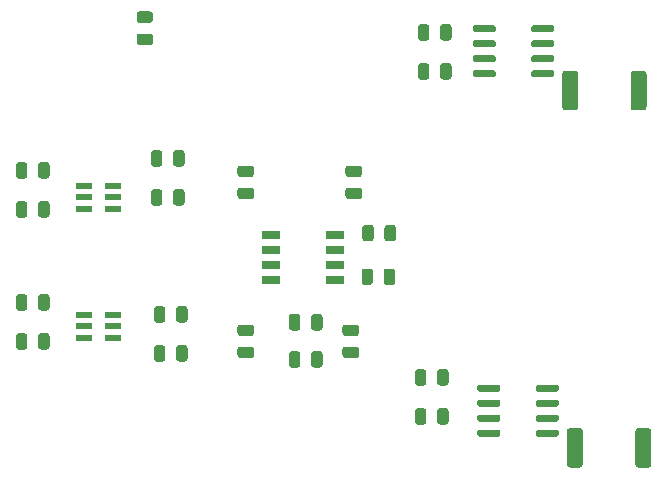
<source format=gbr>
G04 #@! TF.GenerationSoftware,KiCad,Pcbnew,5.1.6-c6e7f7d~87~ubuntu18.04.1*
G04 #@! TF.CreationDate,2020-09-02T16:37:53+02:00*
G04 #@! TF.ProjectId,res_hat,7265735f-6861-4742-9e6b-696361645f70,rev?*
G04 #@! TF.SameCoordinates,Original*
G04 #@! TF.FileFunction,Paste,Bot*
G04 #@! TF.FilePolarity,Positive*
%FSLAX46Y46*%
G04 Gerber Fmt 4.6, Leading zero omitted, Abs format (unit mm)*
G04 Created by KiCad (PCBNEW 5.1.6-c6e7f7d~87~ubuntu18.04.1) date 2020-09-02 16:37:53*
%MOMM*%
%LPD*%
G01*
G04 APERTURE LIST*
%ADD10R,1.528000X0.650000*%
%ADD11R,1.400000X0.600000*%
G04 APERTURE END LIST*
G36*
G01*
X130522940Y-147086381D02*
X130522940Y-144236379D01*
G75*
G02*
X130772939Y-143986380I249999J0D01*
G01*
X131622941Y-143986380D01*
G75*
G02*
X131872940Y-144236379I0J-249999D01*
G01*
X131872940Y-147086381D01*
G75*
G02*
X131622941Y-147336380I-249999J0D01*
G01*
X130772939Y-147336380D01*
G75*
G02*
X130522940Y-147086381I0J249999D01*
G01*
G37*
G36*
G01*
X124722940Y-147086381D02*
X124722940Y-144236379D01*
G75*
G02*
X124972939Y-143986380I249999J0D01*
G01*
X125822941Y-143986380D01*
G75*
G02*
X126072940Y-144236379I0J-249999D01*
G01*
X126072940Y-147086381D01*
G75*
G02*
X125822941Y-147336380I-249999J0D01*
G01*
X124972939Y-147336380D01*
G75*
G02*
X124722940Y-147086381I0J249999D01*
G01*
G37*
G36*
G01*
X130121620Y-116840061D02*
X130121620Y-113990059D01*
G75*
G02*
X130371619Y-113740060I249999J0D01*
G01*
X131221621Y-113740060D01*
G75*
G02*
X131471620Y-113990059I0J-249999D01*
G01*
X131471620Y-116840061D01*
G75*
G02*
X131221621Y-117090060I-249999J0D01*
G01*
X130371619Y-117090060D01*
G75*
G02*
X130121620Y-116840061I0J249999D01*
G01*
G37*
G36*
G01*
X124321620Y-116840061D02*
X124321620Y-113990059D01*
G75*
G02*
X124571619Y-113740060I249999J0D01*
G01*
X125421621Y-113740060D01*
G75*
G02*
X125671620Y-113990059I0J-249999D01*
G01*
X125671620Y-116840061D01*
G75*
G02*
X125421621Y-117090060I-249999J0D01*
G01*
X124571619Y-117090060D01*
G75*
G02*
X124321620Y-116840061I0J249999D01*
G01*
G37*
G36*
G01*
X89445150Y-109692020D02*
X88532650Y-109692020D01*
G75*
G02*
X88288900Y-109448270I0J243750D01*
G01*
X88288900Y-108960770D01*
G75*
G02*
X88532650Y-108717020I243750J0D01*
G01*
X89445150Y-108717020D01*
G75*
G02*
X89688900Y-108960770I0J-243750D01*
G01*
X89688900Y-109448270D01*
G75*
G02*
X89445150Y-109692020I-243750J0D01*
G01*
G37*
G36*
G01*
X89445150Y-111567020D02*
X88532650Y-111567020D01*
G75*
G02*
X88288900Y-111323270I0J243750D01*
G01*
X88288900Y-110835770D01*
G75*
G02*
X88532650Y-110592020I243750J0D01*
G01*
X89445150Y-110592020D01*
G75*
G02*
X89688900Y-110835770I0J-243750D01*
G01*
X89688900Y-111323270D01*
G75*
G02*
X89445150Y-111567020I-243750J0D01*
G01*
G37*
G36*
G01*
X103066000Y-138632250D02*
X103066000Y-137719750D01*
G75*
G02*
X103309750Y-137476000I243750J0D01*
G01*
X103797250Y-137476000D01*
G75*
G02*
X104041000Y-137719750I0J-243750D01*
G01*
X104041000Y-138632250D01*
G75*
G02*
X103797250Y-138876000I-243750J0D01*
G01*
X103309750Y-138876000D01*
G75*
G02*
X103066000Y-138632250I0J243750D01*
G01*
G37*
G36*
G01*
X101191000Y-138632250D02*
X101191000Y-137719750D01*
G75*
G02*
X101434750Y-137476000I243750J0D01*
G01*
X101922250Y-137476000D01*
G75*
G02*
X102166000Y-137719750I0J-243750D01*
G01*
X102166000Y-138632250D01*
G75*
G02*
X101922250Y-138876000I-243750J0D01*
G01*
X101434750Y-138876000D01*
G75*
G02*
X101191000Y-138632250I0J243750D01*
G01*
G37*
G36*
G01*
X103066000Y-135486250D02*
X103066000Y-134573750D01*
G75*
G02*
X103309750Y-134330000I243750J0D01*
G01*
X103797250Y-134330000D01*
G75*
G02*
X104041000Y-134573750I0J-243750D01*
G01*
X104041000Y-135486250D01*
G75*
G02*
X103797250Y-135730000I-243750J0D01*
G01*
X103309750Y-135730000D01*
G75*
G02*
X103066000Y-135486250I0J243750D01*
G01*
G37*
G36*
G01*
X101191000Y-135486250D02*
X101191000Y-134573750D01*
G75*
G02*
X101434750Y-134330000I243750J0D01*
G01*
X101922250Y-134330000D01*
G75*
G02*
X102166000Y-134573750I0J-243750D01*
G01*
X102166000Y-135486250D01*
G75*
G02*
X101922250Y-135730000I-243750J0D01*
G01*
X101434750Y-135730000D01*
G75*
G02*
X101191000Y-135486250I0J243750D01*
G01*
G37*
G36*
G01*
X91636000Y-134822250D02*
X91636000Y-133909750D01*
G75*
G02*
X91879750Y-133666000I243750J0D01*
G01*
X92367250Y-133666000D01*
G75*
G02*
X92611000Y-133909750I0J-243750D01*
G01*
X92611000Y-134822250D01*
G75*
G02*
X92367250Y-135066000I-243750J0D01*
G01*
X91879750Y-135066000D01*
G75*
G02*
X91636000Y-134822250I0J243750D01*
G01*
G37*
G36*
G01*
X89761000Y-134822250D02*
X89761000Y-133909750D01*
G75*
G02*
X90004750Y-133666000I243750J0D01*
G01*
X90492250Y-133666000D01*
G75*
G02*
X90736000Y-133909750I0J-243750D01*
G01*
X90736000Y-134822250D01*
G75*
G02*
X90492250Y-135066000I-243750J0D01*
G01*
X90004750Y-135066000D01*
G75*
G02*
X89761000Y-134822250I0J243750D01*
G01*
G37*
G36*
G01*
X91636000Y-138124250D02*
X91636000Y-137211750D01*
G75*
G02*
X91879750Y-136968000I243750J0D01*
G01*
X92367250Y-136968000D01*
G75*
G02*
X92611000Y-137211750I0J-243750D01*
G01*
X92611000Y-138124250D01*
G75*
G02*
X92367250Y-138368000I-243750J0D01*
G01*
X91879750Y-138368000D01*
G75*
G02*
X91636000Y-138124250I0J243750D01*
G01*
G37*
G36*
G01*
X89761000Y-138124250D02*
X89761000Y-137211750D01*
G75*
G02*
X90004750Y-136968000I243750J0D01*
G01*
X90492250Y-136968000D01*
G75*
G02*
X90736000Y-137211750I0J-243750D01*
G01*
X90736000Y-138124250D01*
G75*
G02*
X90492250Y-138368000I-243750J0D01*
G01*
X90004750Y-138368000D01*
G75*
G02*
X89761000Y-138124250I0J243750D01*
G01*
G37*
G36*
G01*
X91382000Y-124916250D02*
X91382000Y-124003750D01*
G75*
G02*
X91625750Y-123760000I243750J0D01*
G01*
X92113250Y-123760000D01*
G75*
G02*
X92357000Y-124003750I0J-243750D01*
G01*
X92357000Y-124916250D01*
G75*
G02*
X92113250Y-125160000I-243750J0D01*
G01*
X91625750Y-125160000D01*
G75*
G02*
X91382000Y-124916250I0J243750D01*
G01*
G37*
G36*
G01*
X89507000Y-124916250D02*
X89507000Y-124003750D01*
G75*
G02*
X89750750Y-123760000I243750J0D01*
G01*
X90238250Y-123760000D01*
G75*
G02*
X90482000Y-124003750I0J-243750D01*
G01*
X90482000Y-124916250D01*
G75*
G02*
X90238250Y-125160000I-243750J0D01*
G01*
X89750750Y-125160000D01*
G75*
G02*
X89507000Y-124916250I0J243750D01*
G01*
G37*
G36*
G01*
X91382000Y-121614250D02*
X91382000Y-120701750D01*
G75*
G02*
X91625750Y-120458000I243750J0D01*
G01*
X92113250Y-120458000D01*
G75*
G02*
X92357000Y-120701750I0J-243750D01*
G01*
X92357000Y-121614250D01*
G75*
G02*
X92113250Y-121858000I-243750J0D01*
G01*
X91625750Y-121858000D01*
G75*
G02*
X91382000Y-121614250I0J243750D01*
G01*
G37*
G36*
G01*
X89507000Y-121614250D02*
X89507000Y-120701750D01*
G75*
G02*
X89750750Y-120458000I243750J0D01*
G01*
X90238250Y-120458000D01*
G75*
G02*
X90482000Y-120701750I0J-243750D01*
G01*
X90482000Y-121614250D01*
G75*
G02*
X90238250Y-121858000I-243750J0D01*
G01*
X89750750Y-121858000D01*
G75*
G02*
X89507000Y-121614250I0J243750D01*
G01*
G37*
G36*
G01*
X112834000Y-142545750D02*
X112834000Y-143458250D01*
G75*
G02*
X112590250Y-143702000I-243750J0D01*
G01*
X112102750Y-143702000D01*
G75*
G02*
X111859000Y-143458250I0J243750D01*
G01*
X111859000Y-142545750D01*
G75*
G02*
X112102750Y-142302000I243750J0D01*
G01*
X112590250Y-142302000D01*
G75*
G02*
X112834000Y-142545750I0J-243750D01*
G01*
G37*
G36*
G01*
X114709000Y-142545750D02*
X114709000Y-143458250D01*
G75*
G02*
X114465250Y-143702000I-243750J0D01*
G01*
X113977750Y-143702000D01*
G75*
G02*
X113734000Y-143458250I0J243750D01*
G01*
X113734000Y-142545750D01*
G75*
G02*
X113977750Y-142302000I243750J0D01*
G01*
X114465250Y-142302000D01*
G75*
G02*
X114709000Y-142545750I0J-243750D01*
G01*
G37*
G36*
G01*
X113734000Y-140156250D02*
X113734000Y-139243750D01*
G75*
G02*
X113977750Y-139000000I243750J0D01*
G01*
X114465250Y-139000000D01*
G75*
G02*
X114709000Y-139243750I0J-243750D01*
G01*
X114709000Y-140156250D01*
G75*
G02*
X114465250Y-140400000I-243750J0D01*
G01*
X113977750Y-140400000D01*
G75*
G02*
X113734000Y-140156250I0J243750D01*
G01*
G37*
G36*
G01*
X111859000Y-140156250D02*
X111859000Y-139243750D01*
G75*
G02*
X112102750Y-139000000I243750J0D01*
G01*
X112590250Y-139000000D01*
G75*
G02*
X112834000Y-139243750I0J-243750D01*
G01*
X112834000Y-140156250D01*
G75*
G02*
X112590250Y-140400000I-243750J0D01*
G01*
X112102750Y-140400000D01*
G75*
G02*
X111859000Y-140156250I0J243750D01*
G01*
G37*
G36*
G01*
X113088000Y-113335750D02*
X113088000Y-114248250D01*
G75*
G02*
X112844250Y-114492000I-243750J0D01*
G01*
X112356750Y-114492000D01*
G75*
G02*
X112113000Y-114248250I0J243750D01*
G01*
X112113000Y-113335750D01*
G75*
G02*
X112356750Y-113092000I243750J0D01*
G01*
X112844250Y-113092000D01*
G75*
G02*
X113088000Y-113335750I0J-243750D01*
G01*
G37*
G36*
G01*
X114963000Y-113335750D02*
X114963000Y-114248250D01*
G75*
G02*
X114719250Y-114492000I-243750J0D01*
G01*
X114231750Y-114492000D01*
G75*
G02*
X113988000Y-114248250I0J243750D01*
G01*
X113988000Y-113335750D01*
G75*
G02*
X114231750Y-113092000I243750J0D01*
G01*
X114719250Y-113092000D01*
G75*
G02*
X114963000Y-113335750I0J-243750D01*
G01*
G37*
G36*
G01*
X113988000Y-110946250D02*
X113988000Y-110033750D01*
G75*
G02*
X114231750Y-109790000I243750J0D01*
G01*
X114719250Y-109790000D01*
G75*
G02*
X114963000Y-110033750I0J-243750D01*
G01*
X114963000Y-110946250D01*
G75*
G02*
X114719250Y-111190000I-243750J0D01*
G01*
X114231750Y-111190000D01*
G75*
G02*
X113988000Y-110946250I0J243750D01*
G01*
G37*
G36*
G01*
X112113000Y-110946250D02*
X112113000Y-110033750D01*
G75*
G02*
X112356750Y-109790000I243750J0D01*
G01*
X112844250Y-109790000D01*
G75*
G02*
X113088000Y-110033750I0J-243750D01*
G01*
X113088000Y-110946250D01*
G75*
G02*
X112844250Y-111190000I-243750J0D01*
G01*
X112356750Y-111190000D01*
G75*
G02*
X112113000Y-110946250I0J243750D01*
G01*
G37*
G36*
G01*
X108383920Y-127023810D02*
X108383920Y-127936310D01*
G75*
G02*
X108140170Y-128180060I-243750J0D01*
G01*
X107652670Y-128180060D01*
G75*
G02*
X107408920Y-127936310I0J243750D01*
G01*
X107408920Y-127023810D01*
G75*
G02*
X107652670Y-126780060I243750J0D01*
G01*
X108140170Y-126780060D01*
G75*
G02*
X108383920Y-127023810I0J-243750D01*
G01*
G37*
G36*
G01*
X110258920Y-127023810D02*
X110258920Y-127936310D01*
G75*
G02*
X110015170Y-128180060I-243750J0D01*
G01*
X109527670Y-128180060D01*
G75*
G02*
X109283920Y-127936310I0J243750D01*
G01*
X109283920Y-127023810D01*
G75*
G02*
X109527670Y-126780060I243750J0D01*
G01*
X110015170Y-126780060D01*
G75*
G02*
X110258920Y-127023810I0J-243750D01*
G01*
G37*
G36*
G01*
X108315340Y-130724590D02*
X108315340Y-131637090D01*
G75*
G02*
X108071590Y-131880840I-243750J0D01*
G01*
X107584090Y-131880840D01*
G75*
G02*
X107340340Y-131637090I0J243750D01*
G01*
X107340340Y-130724590D01*
G75*
G02*
X107584090Y-130480840I243750J0D01*
G01*
X108071590Y-130480840D01*
G75*
G02*
X108315340Y-130724590I0J-243750D01*
G01*
G37*
G36*
G01*
X110190340Y-130724590D02*
X110190340Y-131637090D01*
G75*
G02*
X109946590Y-131880840I-243750J0D01*
G01*
X109459090Y-131880840D01*
G75*
G02*
X109215340Y-131637090I0J243750D01*
G01*
X109215340Y-130724590D01*
G75*
G02*
X109459090Y-130480840I243750J0D01*
G01*
X109946590Y-130480840D01*
G75*
G02*
X110190340Y-130724590I0J-243750D01*
G01*
G37*
G36*
G01*
X105969750Y-137102000D02*
X106882250Y-137102000D01*
G75*
G02*
X107126000Y-137345750I0J-243750D01*
G01*
X107126000Y-137833250D01*
G75*
G02*
X106882250Y-138077000I-243750J0D01*
G01*
X105969750Y-138077000D01*
G75*
G02*
X105726000Y-137833250I0J243750D01*
G01*
X105726000Y-137345750D01*
G75*
G02*
X105969750Y-137102000I243750J0D01*
G01*
G37*
G36*
G01*
X105969750Y-135227000D02*
X106882250Y-135227000D01*
G75*
G02*
X107126000Y-135470750I0J-243750D01*
G01*
X107126000Y-135958250D01*
G75*
G02*
X106882250Y-136202000I-243750J0D01*
G01*
X105969750Y-136202000D01*
G75*
G02*
X105726000Y-135958250I0J243750D01*
G01*
X105726000Y-135470750D01*
G75*
G02*
X105969750Y-135227000I243750J0D01*
G01*
G37*
G36*
G01*
X106223750Y-123640000D02*
X107136250Y-123640000D01*
G75*
G02*
X107380000Y-123883750I0J-243750D01*
G01*
X107380000Y-124371250D01*
G75*
G02*
X107136250Y-124615000I-243750J0D01*
G01*
X106223750Y-124615000D01*
G75*
G02*
X105980000Y-124371250I0J243750D01*
G01*
X105980000Y-123883750D01*
G75*
G02*
X106223750Y-123640000I243750J0D01*
G01*
G37*
G36*
G01*
X106223750Y-121765000D02*
X107136250Y-121765000D01*
G75*
G02*
X107380000Y-122008750I0J-243750D01*
G01*
X107380000Y-122496250D01*
G75*
G02*
X107136250Y-122740000I-243750J0D01*
G01*
X106223750Y-122740000D01*
G75*
G02*
X105980000Y-122496250I0J243750D01*
G01*
X105980000Y-122008750D01*
G75*
G02*
X106223750Y-121765000I243750J0D01*
G01*
G37*
G36*
G01*
X97079750Y-123640000D02*
X97992250Y-123640000D01*
G75*
G02*
X98236000Y-123883750I0J-243750D01*
G01*
X98236000Y-124371250D01*
G75*
G02*
X97992250Y-124615000I-243750J0D01*
G01*
X97079750Y-124615000D01*
G75*
G02*
X96836000Y-124371250I0J243750D01*
G01*
X96836000Y-123883750D01*
G75*
G02*
X97079750Y-123640000I243750J0D01*
G01*
G37*
G36*
G01*
X97079750Y-121765000D02*
X97992250Y-121765000D01*
G75*
G02*
X98236000Y-122008750I0J-243750D01*
G01*
X98236000Y-122496250D01*
G75*
G02*
X97992250Y-122740000I-243750J0D01*
G01*
X97079750Y-122740000D01*
G75*
G02*
X96836000Y-122496250I0J243750D01*
G01*
X96836000Y-122008750D01*
G75*
G02*
X97079750Y-121765000I243750J0D01*
G01*
G37*
G36*
G01*
X97079750Y-137102000D02*
X97992250Y-137102000D01*
G75*
G02*
X98236000Y-137345750I0J-243750D01*
G01*
X98236000Y-137833250D01*
G75*
G02*
X97992250Y-138077000I-243750J0D01*
G01*
X97079750Y-138077000D01*
G75*
G02*
X96836000Y-137833250I0J243750D01*
G01*
X96836000Y-137345750D01*
G75*
G02*
X97079750Y-137102000I243750J0D01*
G01*
G37*
G36*
G01*
X97079750Y-135227000D02*
X97992250Y-135227000D01*
G75*
G02*
X98236000Y-135470750I0J-243750D01*
G01*
X98236000Y-135958250D01*
G75*
G02*
X97992250Y-136202000I-243750J0D01*
G01*
X97079750Y-136202000D01*
G75*
G02*
X96836000Y-135958250I0J243750D01*
G01*
X96836000Y-135470750D01*
G75*
G02*
X97079750Y-135227000I243750J0D01*
G01*
G37*
G36*
G01*
X79952000Y-133806250D02*
X79952000Y-132893750D01*
G75*
G02*
X80195750Y-132650000I243750J0D01*
G01*
X80683250Y-132650000D01*
G75*
G02*
X80927000Y-132893750I0J-243750D01*
G01*
X80927000Y-133806250D01*
G75*
G02*
X80683250Y-134050000I-243750J0D01*
G01*
X80195750Y-134050000D01*
G75*
G02*
X79952000Y-133806250I0J243750D01*
G01*
G37*
G36*
G01*
X78077000Y-133806250D02*
X78077000Y-132893750D01*
G75*
G02*
X78320750Y-132650000I243750J0D01*
G01*
X78808250Y-132650000D01*
G75*
G02*
X79052000Y-132893750I0J-243750D01*
G01*
X79052000Y-133806250D01*
G75*
G02*
X78808250Y-134050000I-243750J0D01*
G01*
X78320750Y-134050000D01*
G75*
G02*
X78077000Y-133806250I0J243750D01*
G01*
G37*
G36*
G01*
X79952000Y-122630250D02*
X79952000Y-121717750D01*
G75*
G02*
X80195750Y-121474000I243750J0D01*
G01*
X80683250Y-121474000D01*
G75*
G02*
X80927000Y-121717750I0J-243750D01*
G01*
X80927000Y-122630250D01*
G75*
G02*
X80683250Y-122874000I-243750J0D01*
G01*
X80195750Y-122874000D01*
G75*
G02*
X79952000Y-122630250I0J243750D01*
G01*
G37*
G36*
G01*
X78077000Y-122630250D02*
X78077000Y-121717750D01*
G75*
G02*
X78320750Y-121474000I243750J0D01*
G01*
X78808250Y-121474000D01*
G75*
G02*
X79052000Y-121717750I0J-243750D01*
G01*
X79052000Y-122630250D01*
G75*
G02*
X78808250Y-122874000I-243750J0D01*
G01*
X78320750Y-122874000D01*
G75*
G02*
X78077000Y-122630250I0J243750D01*
G01*
G37*
G36*
G01*
X79952000Y-137108250D02*
X79952000Y-136195750D01*
G75*
G02*
X80195750Y-135952000I243750J0D01*
G01*
X80683250Y-135952000D01*
G75*
G02*
X80927000Y-136195750I0J-243750D01*
G01*
X80927000Y-137108250D01*
G75*
G02*
X80683250Y-137352000I-243750J0D01*
G01*
X80195750Y-137352000D01*
G75*
G02*
X79952000Y-137108250I0J243750D01*
G01*
G37*
G36*
G01*
X78077000Y-137108250D02*
X78077000Y-136195750D01*
G75*
G02*
X78320750Y-135952000I243750J0D01*
G01*
X78808250Y-135952000D01*
G75*
G02*
X79052000Y-136195750I0J-243750D01*
G01*
X79052000Y-137108250D01*
G75*
G02*
X78808250Y-137352000I-243750J0D01*
G01*
X78320750Y-137352000D01*
G75*
G02*
X78077000Y-137108250I0J243750D01*
G01*
G37*
G36*
G01*
X79052000Y-125019750D02*
X79052000Y-125932250D01*
G75*
G02*
X78808250Y-126176000I-243750J0D01*
G01*
X78320750Y-126176000D01*
G75*
G02*
X78077000Y-125932250I0J243750D01*
G01*
X78077000Y-125019750D01*
G75*
G02*
X78320750Y-124776000I243750J0D01*
G01*
X78808250Y-124776000D01*
G75*
G02*
X79052000Y-125019750I0J-243750D01*
G01*
G37*
G36*
G01*
X80927000Y-125019750D02*
X80927000Y-125932250D01*
G75*
G02*
X80683250Y-126176000I-243750J0D01*
G01*
X80195750Y-126176000D01*
G75*
G02*
X79952000Y-125932250I0J243750D01*
G01*
X79952000Y-125019750D01*
G75*
G02*
X80195750Y-124776000I243750J0D01*
G01*
X80683250Y-124776000D01*
G75*
G02*
X80927000Y-125019750I0J-243750D01*
G01*
G37*
D10*
X105073000Y-131445000D03*
X105073000Y-130175000D03*
X105073000Y-128905000D03*
X105073000Y-127635000D03*
X99651000Y-127635000D03*
X99651000Y-128905000D03*
X99651000Y-130175000D03*
X99651000Y-131445000D03*
D11*
X83840000Y-134432000D03*
X83840000Y-135382000D03*
X83840000Y-136332000D03*
X86340000Y-136332000D03*
X86340000Y-135382000D03*
X86340000Y-134432000D03*
X83840000Y-123510000D03*
X83840000Y-124460000D03*
X83840000Y-125410000D03*
X86340000Y-125410000D03*
X86340000Y-124460000D03*
X86340000Y-123510000D03*
G36*
G01*
X122106820Y-144576940D02*
X122106820Y-144276940D01*
G75*
G02*
X122256820Y-144126940I150000J0D01*
G01*
X123906820Y-144126940D01*
G75*
G02*
X124056820Y-144276940I0J-150000D01*
G01*
X124056820Y-144576940D01*
G75*
G02*
X123906820Y-144726940I-150000J0D01*
G01*
X122256820Y-144726940D01*
G75*
G02*
X122106820Y-144576940I0J150000D01*
G01*
G37*
G36*
G01*
X122106820Y-143306940D02*
X122106820Y-143006940D01*
G75*
G02*
X122256820Y-142856940I150000J0D01*
G01*
X123906820Y-142856940D01*
G75*
G02*
X124056820Y-143006940I0J-150000D01*
G01*
X124056820Y-143306940D01*
G75*
G02*
X123906820Y-143456940I-150000J0D01*
G01*
X122256820Y-143456940D01*
G75*
G02*
X122106820Y-143306940I0J150000D01*
G01*
G37*
G36*
G01*
X122106820Y-142036940D02*
X122106820Y-141736940D01*
G75*
G02*
X122256820Y-141586940I150000J0D01*
G01*
X123906820Y-141586940D01*
G75*
G02*
X124056820Y-141736940I0J-150000D01*
G01*
X124056820Y-142036940D01*
G75*
G02*
X123906820Y-142186940I-150000J0D01*
G01*
X122256820Y-142186940D01*
G75*
G02*
X122106820Y-142036940I0J150000D01*
G01*
G37*
G36*
G01*
X122106820Y-140766940D02*
X122106820Y-140466940D01*
G75*
G02*
X122256820Y-140316940I150000J0D01*
G01*
X123906820Y-140316940D01*
G75*
G02*
X124056820Y-140466940I0J-150000D01*
G01*
X124056820Y-140766940D01*
G75*
G02*
X123906820Y-140916940I-150000J0D01*
G01*
X122256820Y-140916940D01*
G75*
G02*
X122106820Y-140766940I0J150000D01*
G01*
G37*
G36*
G01*
X117156820Y-140766940D02*
X117156820Y-140466940D01*
G75*
G02*
X117306820Y-140316940I150000J0D01*
G01*
X118956820Y-140316940D01*
G75*
G02*
X119106820Y-140466940I0J-150000D01*
G01*
X119106820Y-140766940D01*
G75*
G02*
X118956820Y-140916940I-150000J0D01*
G01*
X117306820Y-140916940D01*
G75*
G02*
X117156820Y-140766940I0J150000D01*
G01*
G37*
G36*
G01*
X117156820Y-142036940D02*
X117156820Y-141736940D01*
G75*
G02*
X117306820Y-141586940I150000J0D01*
G01*
X118956820Y-141586940D01*
G75*
G02*
X119106820Y-141736940I0J-150000D01*
G01*
X119106820Y-142036940D01*
G75*
G02*
X118956820Y-142186940I-150000J0D01*
G01*
X117306820Y-142186940D01*
G75*
G02*
X117156820Y-142036940I0J150000D01*
G01*
G37*
G36*
G01*
X117156820Y-143306940D02*
X117156820Y-143006940D01*
G75*
G02*
X117306820Y-142856940I150000J0D01*
G01*
X118956820Y-142856940D01*
G75*
G02*
X119106820Y-143006940I0J-150000D01*
G01*
X119106820Y-143306940D01*
G75*
G02*
X118956820Y-143456940I-150000J0D01*
G01*
X117306820Y-143456940D01*
G75*
G02*
X117156820Y-143306940I0J150000D01*
G01*
G37*
G36*
G01*
X117156820Y-144576940D02*
X117156820Y-144276940D01*
G75*
G02*
X117306820Y-144126940I150000J0D01*
G01*
X118956820Y-144126940D01*
G75*
G02*
X119106820Y-144276940I0J-150000D01*
G01*
X119106820Y-144576940D01*
G75*
G02*
X118956820Y-144726940I-150000J0D01*
G01*
X117306820Y-144726940D01*
G75*
G02*
X117156820Y-144576940I0J150000D01*
G01*
G37*
G36*
G01*
X121710580Y-114127420D02*
X121710580Y-113827420D01*
G75*
G02*
X121860580Y-113677420I150000J0D01*
G01*
X123510580Y-113677420D01*
G75*
G02*
X123660580Y-113827420I0J-150000D01*
G01*
X123660580Y-114127420D01*
G75*
G02*
X123510580Y-114277420I-150000J0D01*
G01*
X121860580Y-114277420D01*
G75*
G02*
X121710580Y-114127420I0J150000D01*
G01*
G37*
G36*
G01*
X121710580Y-112857420D02*
X121710580Y-112557420D01*
G75*
G02*
X121860580Y-112407420I150000J0D01*
G01*
X123510580Y-112407420D01*
G75*
G02*
X123660580Y-112557420I0J-150000D01*
G01*
X123660580Y-112857420D01*
G75*
G02*
X123510580Y-113007420I-150000J0D01*
G01*
X121860580Y-113007420D01*
G75*
G02*
X121710580Y-112857420I0J150000D01*
G01*
G37*
G36*
G01*
X121710580Y-111587420D02*
X121710580Y-111287420D01*
G75*
G02*
X121860580Y-111137420I150000J0D01*
G01*
X123510580Y-111137420D01*
G75*
G02*
X123660580Y-111287420I0J-150000D01*
G01*
X123660580Y-111587420D01*
G75*
G02*
X123510580Y-111737420I-150000J0D01*
G01*
X121860580Y-111737420D01*
G75*
G02*
X121710580Y-111587420I0J150000D01*
G01*
G37*
G36*
G01*
X121710580Y-110317420D02*
X121710580Y-110017420D01*
G75*
G02*
X121860580Y-109867420I150000J0D01*
G01*
X123510580Y-109867420D01*
G75*
G02*
X123660580Y-110017420I0J-150000D01*
G01*
X123660580Y-110317420D01*
G75*
G02*
X123510580Y-110467420I-150000J0D01*
G01*
X121860580Y-110467420D01*
G75*
G02*
X121710580Y-110317420I0J150000D01*
G01*
G37*
G36*
G01*
X116760580Y-110317420D02*
X116760580Y-110017420D01*
G75*
G02*
X116910580Y-109867420I150000J0D01*
G01*
X118560580Y-109867420D01*
G75*
G02*
X118710580Y-110017420I0J-150000D01*
G01*
X118710580Y-110317420D01*
G75*
G02*
X118560580Y-110467420I-150000J0D01*
G01*
X116910580Y-110467420D01*
G75*
G02*
X116760580Y-110317420I0J150000D01*
G01*
G37*
G36*
G01*
X116760580Y-111587420D02*
X116760580Y-111287420D01*
G75*
G02*
X116910580Y-111137420I150000J0D01*
G01*
X118560580Y-111137420D01*
G75*
G02*
X118710580Y-111287420I0J-150000D01*
G01*
X118710580Y-111587420D01*
G75*
G02*
X118560580Y-111737420I-150000J0D01*
G01*
X116910580Y-111737420D01*
G75*
G02*
X116760580Y-111587420I0J150000D01*
G01*
G37*
G36*
G01*
X116760580Y-112857420D02*
X116760580Y-112557420D01*
G75*
G02*
X116910580Y-112407420I150000J0D01*
G01*
X118560580Y-112407420D01*
G75*
G02*
X118710580Y-112557420I0J-150000D01*
G01*
X118710580Y-112857420D01*
G75*
G02*
X118560580Y-113007420I-150000J0D01*
G01*
X116910580Y-113007420D01*
G75*
G02*
X116760580Y-112857420I0J150000D01*
G01*
G37*
G36*
G01*
X116760580Y-114127420D02*
X116760580Y-113827420D01*
G75*
G02*
X116910580Y-113677420I150000J0D01*
G01*
X118560580Y-113677420D01*
G75*
G02*
X118710580Y-113827420I0J-150000D01*
G01*
X118710580Y-114127420D01*
G75*
G02*
X118560580Y-114277420I-150000J0D01*
G01*
X116910580Y-114277420D01*
G75*
G02*
X116760580Y-114127420I0J150000D01*
G01*
G37*
M02*

</source>
